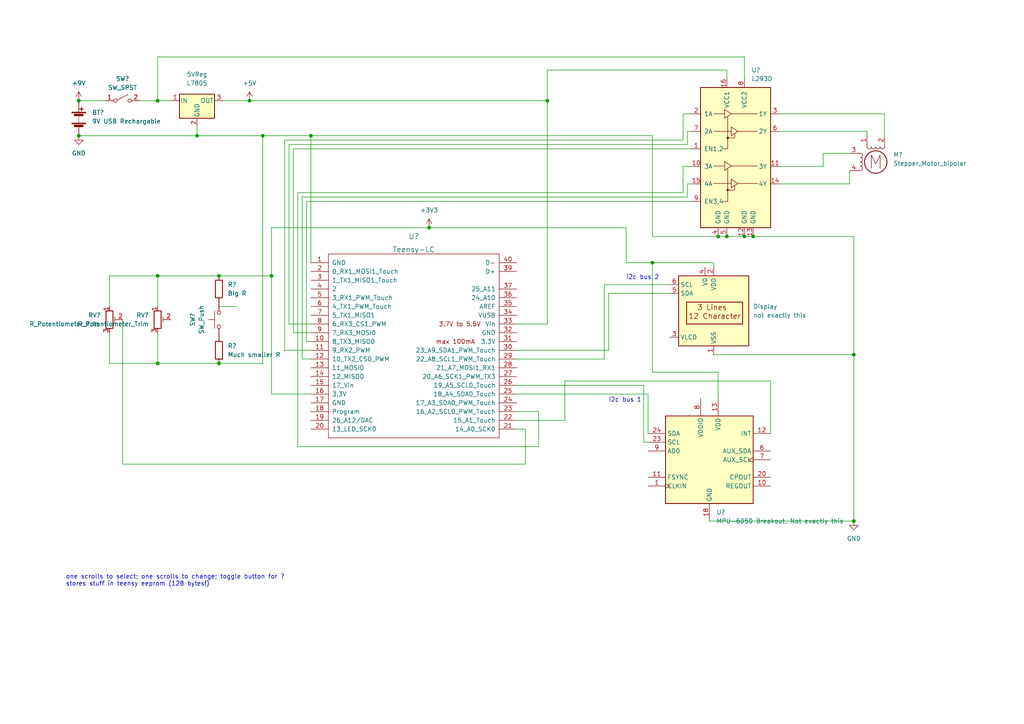
<source format=kicad_sch>
(kicad_sch (version 20211123) (generator eeschema)
  (paper "A4")
  (lib_symbols
    (symbol "Device:Battery" (pin_numbers hide) (pin_names (offset 0) hide)
      (property "Reference" "BT" (at 2.54 2.54 0))
      (property "Value" "Battery" (at 2.54 0 0))
      (symbol "Battery_0_1"
        (rectangle (start -2.032 -1.397) (end 2.032 -1.651) (fill (type outline)))
        (rectangle (start -2.032 1.778) (end 2.032 1.524) (fill (type outline)))
        (rectangle (start -1.3208 -1.9812) (end 1.27 -2.4892) (fill (type outline)))
        (rectangle (start -1.3208 1.1938) (end 1.27 0.6858) (fill (type outline)))
        (polyline (pts (xy 0 -1.524) (xy 0 -1.27)))
        (polyline (pts (xy 0 -1.016) (xy 0 -0.762)))
        (polyline (pts (xy 0 -0.508) (xy 0 -0.254)))
        (polyline (pts (xy 0 0) (xy 0 0.254)))
        (polyline (pts (xy 0 0.508) (xy 0 0.762)))
        (polyline (pts (xy 0 1.778) (xy 0 2.54)))
        (polyline (pts (xy 0.254 2.667) (xy 1.27 2.667)) (stroke (width 0.254)))
        (polyline (pts (xy 0.762 3.175) (xy 0.762 2.159)) (stroke (width 0.254)))
      )
      (symbol "Battery_1_1"
        (pin passive line (at 0 5.08 270) (length 2.54) (name "+") (number "1"))
        (pin passive line (at 0 -5.08 90) (length 2.54) (name "-") (number "2"))
      )
    )
    (symbol "Device:R" (pin_numbers hide) (pin_names (offset 0))
      (property "Reference" "R" (at 2.032 0 90))
      (property "Value" "R" (at 0 0 90))
      (symbol "R_0_1"
        (rectangle (start -1.016 -2.54) (end 1.016 2.54) (stroke (width 0.254)))
      )
      (symbol "R_1_1"
        (pin passive line (at 0 3.81 270) (length 1.27) (name "~") (number "1"))
        (pin passive line (at 0 -3.81 90) (length 1.27) (name "~") (number "2"))
      )
    )
    (symbol "Device:R_Potentiometer_Trim" (pin_names (offset 1.016) hide)
      (property "Reference" "RV" (at -4.445 0 90))
      (property "Value" "R_Potentiometer_Trim" (at -2.54 0 90))
      (symbol "R_Potentiometer_Trim_0_1"
        (polyline (pts (xy 1.524 0.762) (xy 1.524 -0.762)))
        (polyline (pts (xy 2.54 0) (xy 1.524 0)))
        (rectangle (start 1.016 2.54) (end -1.016 -2.54) (stroke (width 0.254)))
      )
      (symbol "R_Potentiometer_Trim_1_1"
        (pin passive line (at 0 3.81 270) (length 1.27) (name "1") (number "1"))
        (pin passive line (at 3.81 0 180) (length 1.27) (name "2") (number "2"))
        (pin passive line (at 0 -3.81 90) (length 1.27) (name "3") (number "3"))
      )
    )
    (symbol "Display_Character:EA_T123X-I2C"
      (property "Reference" "U" (at -8.89 11.43 0))
      (property "Value" "EA_T123X-I2C" (at 3.556 11.684 0))
      (symbol "EA_T123X-I2C_0_0"
        (rectangle (start -7.874 2.54) (end 8.382 -3.81) (stroke (width 0.254)))
        (text "12 Character" (at -7.366 -1.524 0) (effects (font (size 1.524 1.524)) (justify left)))
        (text "3 Lines" (at -4.826 1.016 0) (effects (font (size 1.524 1.524)) (justify left)))
      )
      (symbol "EA_T123X-I2C_0_1"
        (rectangle (start -10.16 10.16) (end 10.16 -10.16) (stroke (width 0.254)) (fill (type background)))
      )
      (symbol "EA_T123X-I2C_1_1"
        (pin power_in line (at 0 -12.7 90) (length 2.54) (name "VSS") (number "1"))
        (pin power_in line (at 0 12.7 270) (length 2.54) (name "VDD") (number "2"))
        (pin input line (at -12.7 -7.62 0) (length 2.54) (name "VLCD") (number "3"))
        (pin power_in line (at -2.54 12.7 270) (length 2.54) (name "V0") (number "4"))
        (pin bidirectional line (at -12.7 5.08 0) (length 2.54) (name "SDA") (number "5"))
        (pin input line (at -12.7 7.62 0) (length 2.54) (name "SCL") (number "6"))
      )
    )
    (symbol "Driver_Motor:L293D" (pin_names (offset 1.016))
      (property "Reference" "U" (at -5.08 26.035 0))
      (property "Value" "L293D" (at -5.08 24.13 0))
      (symbol "L293D_0_1"
        (rectangle (start -10.16 22.86) (end 10.16 -17.78) (stroke (width 0.254)) (fill (type background)))
        (circle (center -2.286 -6.858) (radius 0.254) (fill (type outline)))
        (circle (center -2.286 8.255) (radius 0.254) (fill (type outline)))
        (polyline (pts (xy -6.35 -4.953) (xy -1.27 -4.953)))
        (polyline (pts (xy -6.35 0.127) (xy -3.175 0.127)))
        (polyline (pts (xy -6.35 10.16) (xy -1.27 10.16)))
        (polyline (pts (xy -6.35 15.24) (xy -3.175 15.24)))
        (polyline (pts (xy -1.27 0.127) (xy 6.35 0.127)))
        (polyline (pts (xy -1.27 15.24) (xy 6.35 15.24)))
        (polyline (pts (xy 0.635 -4.953) (xy 6.35 -4.953)))
        (polyline (pts (xy 0.635 10.16) (xy 6.35 10.16)))
        (polyline (pts (xy -2.286 -6.858) (xy -0.254 -6.858) (xy -0.254 -5.588)))
        (polyline (pts (xy -2.286 -0.635) (xy -2.286 -10.16) (xy -3.556 -10.16)))
        (polyline (pts (xy -2.286 8.255) (xy -0.254 8.255) (xy -0.254 9.525)))
        (polyline (pts (xy -2.286 14.478) (xy -2.286 5.08) (xy -3.556 5.08)))
        (polyline (pts (xy -3.175 1.397) (xy -3.175 -1.143) (xy -1.27 0.127) (xy -3.175 1.397)))
        (polyline (pts (xy -3.175 16.51) (xy -3.175 13.97) (xy -1.27 15.24) (xy -3.175 16.51)))
        (polyline (pts (xy -1.27 -3.683) (xy -1.27 -6.223) (xy 0.635 -4.953) (xy -1.27 -3.683)))
        (polyline (pts (xy -1.27 11.43) (xy -1.27 8.89) (xy 0.635 10.16) (xy -1.27 11.43)))
      )
      (symbol "L293D_1_1"
        (pin input line (at -12.7 5.08 0) (length 2.54) (name "EN1,2") (number "1"))
        (pin input line (at -12.7 0 0) (length 2.54) (name "3A") (number "10"))
        (pin output line (at 12.7 0 180) (length 2.54) (name "3Y") (number "11"))
        (pin power_in line (at 2.54 -20.32 90) (length 2.54) (name "GND") (number "12"))
        (pin power_in line (at 5.08 -20.32 90) (length 2.54) (name "GND") (number "13"))
        (pin output line (at 12.7 -5.08 180) (length 2.54) (name "4Y") (number "14"))
        (pin input line (at -12.7 -5.08 0) (length 2.54) (name "4A") (number "15"))
        (pin power_in line (at -2.54 25.4 270) (length 2.54) (name "VCC1") (number "16"))
        (pin input line (at -12.7 15.24 0) (length 2.54) (name "1A") (number "2"))
        (pin output line (at 12.7 15.24 180) (length 2.54) (name "1Y") (number "3"))
        (pin power_in line (at -5.08 -20.32 90) (length 2.54) (name "GND") (number "4"))
        (pin power_in line (at -2.54 -20.32 90) (length 2.54) (name "GND") (number "5"))
        (pin output line (at 12.7 10.16 180) (length 2.54) (name "2Y") (number "6"))
        (pin input line (at -12.7 10.16 0) (length 2.54) (name "2A") (number "7"))
        (pin power_in line (at 2.54 25.4 270) (length 2.54) (name "VCC2") (number "8"))
        (pin input line (at -12.7 -10.16 0) (length 2.54) (name "EN3,4") (number "9"))
      )
    )
    (symbol "Motor:Stepper_Motor_bipolar" (pin_names (offset 0) hide)
      (property "Reference" "M" (at 3.81 2.54 0))
      (property "Value" "Stepper_Motor_bipolar" (at 3.81 1.27 0))
      (symbol "Stepper_Motor_bipolar_0_0"
        (polyline (pts (xy -1.27 -1.778) (xy -1.27 2.032) (xy 0 -0.508) (xy 1.27 2.032) (xy 1.27 -1.778)))
      )
      (symbol "Stepper_Motor_bipolar_0_1"
        (arc (start -4.445 -2.54) (mid -3.81 -1.905) (end -4.445 -1.27))
        (arc (start -4.445 -1.27) (mid -3.81 -0.635) (end -4.445 0))
        (arc (start -4.445 0) (mid -3.81 0.635) (end -4.445 1.27))
        (arc (start -4.445 1.27) (mid -3.81 1.905) (end -4.445 2.54))
        (arc (start -2.54 4.445) (mid -1.905 3.81) (end -1.27 4.445))
        (arc (start -1.27 4.445) (mid -0.635 3.81) (end 0 4.445))
        (polyline (pts (xy -5.08 -2.54) (xy -4.445 -2.54)))
        (polyline (pts (xy -5.08 2.54) (xy -4.445 2.54)))
        (polyline (pts (xy -2.54 5.08) (xy -2.54 4.445)))
        (polyline (pts (xy 2.54 5.08) (xy 2.54 4.445)))
        (circle (center 0 0) (radius 3.2512) (stroke (width 0.254)))
        (arc (start 0 4.445) (mid 0.635 3.81) (end 1.27 4.445))
        (arc (start 1.27 4.445) (mid 1.905 3.81) (end 2.54 4.445))
      )
      (symbol "Stepper_Motor_bipolar_1_1"
        (pin passive line (at -2.54 7.62 270) (length 2.54) (name "~") (number "1"))
        (pin passive line (at 2.54 7.62 270) (length 2.54) (name "-") (number "2"))
        (pin passive line (at -7.62 2.54 0) (length 2.54) (name "~") (number "3"))
        (pin passive line (at -7.62 -2.54 0) (length 2.54) (name "~") (number "4"))
      )
    )
    (symbol "Regulator_Linear:L7805" (pin_names (offset 0.254))
      (property "Reference" "U" (at -3.81 3.175 0))
      (property "Value" "L7805" (at 0 3.175 0))
      (symbol "L7805_0_1"
        (rectangle (start -5.08 1.905) (end 5.08 -5.08) (stroke (width 0.254)) (fill (type background)))
      )
      (symbol "L7805_1_1"
        (pin power_in line (at -7.62 0 0) (length 2.54) (name "IN") (number "1"))
        (pin power_in line (at 0 -7.62 90) (length 2.54) (name "GND") (number "2"))
        (pin power_out line (at 7.62 0 180) (length 2.54) (name "OUT") (number "3"))
      )
    )
    (symbol "Sensor_Motion:MPU-6050"
      (property "Reference" "U" (at -11.43 13.97 0))
      (property "Value" "MPU-6050" (at 7.62 -13.97 0))
      (symbol "MPU-6050_0_1"
        (rectangle (start -12.7 12.7) (end 12.7 -12.7) (stroke (width 0.254)) (fill (type background)))
      )
      (symbol "MPU-6050_1_1"
        (pin input clock (at -17.78 -7.62 0) (length 5.08) (name "CLKIN") (number "1"))
        (pin passive line (at 17.78 -7.62 180) (length 5.08) (name "REGOUT") (number "10"))
        (pin input line (at -17.78 -5.08 0) (length 5.08) (name "FSYNC") (number "11"))
        (pin output line (at 17.78 7.62 180) (length 5.08) (name "INT") (number "12"))
        (pin power_in line (at 2.54 17.78 270) (length 5.08) (name "VDD") (number "13"))
        (pin power_in line (at 0 -17.78 90) (length 5.08) (name "GND") (number "18"))
        (pin passive line (at 17.78 -5.08 180) (length 5.08) (name "CPOUT") (number "20"))
        (pin input line (at -17.78 5.08 0) (length 5.08) (name "SCL") (number "23"))
        (pin bidirectional line (at -17.78 7.62 0) (length 5.08) (name "SDA") (number "24"))
        (pin bidirectional line (at 17.78 2.54 180) (length 5.08) (name "AUX_SDA") (number "6"))
        (pin output clock (at 17.78 0 180) (length 5.08) (name "AUX_SCL") (number "7"))
        (pin power_in line (at -2.54 17.78 270) (length 5.08) (name "VDDIO") (number "8"))
        (pin input line (at -17.78 2.54 0) (length 5.08) (name "AD0") (number "9"))
      )
    )
    (symbol "Switch:SW_Push" (pin_numbers hide) (pin_names (offset 1.016) hide)
      (property "Reference" "SW" (at 1.27 2.54 0))
      (property "Value" "SW_Push" (at 0 -1.524 0))
      (symbol "SW_Push_0_1"
        (circle (center -2.032 0) (radius 0.508))
        (polyline (pts (xy 0 1.27) (xy 0 3.048)))
        (polyline (pts (xy 2.54 1.27) (xy -2.54 1.27)))
        (circle (center 2.032 0) (radius 0.508))
        (pin passive line (at -5.08 0 0) (length 2.54) (name "1") (number "1"))
        (pin passive line (at 5.08 0 180) (length 2.54) (name "2") (number "2"))
      )
    )
    (symbol "Switch:SW_SPST" (pin_names (offset 0) hide)
      (property "Reference" "SW" (at 0 3.175 0))
      (property "Value" "SW_SPST" (at 0 -2.54 0))
      (symbol "SW_SPST_0_0"
        (circle (center -2.032 0) (radius 0.508))
        (polyline (pts (xy -1.524 0.254) (xy 1.524 1.778)))
        (circle (center 2.032 0) (radius 0.508))
      )
      (symbol "SW_SPST_1_1"
        (pin passive line (at -5.08 0 0) (length 2.54) (name "A") (number "1"))
        (pin passive line (at 5.08 0 180) (length 2.54) (name "B") (number "2"))
      )
    )
    (symbol "power:+3.3V" (power) (pin_names (offset 0))
      (property "Value" "+3.3V" (at 0 3.556 0))
      (symbol "+3.3V_0_1"
        (polyline (pts (xy -0.762 1.27) (xy 0 2.54)))
        (polyline (pts (xy 0 0) (xy 0 2.54)))
        (polyline (pts (xy 0 2.54) (xy 0.762 1.27)))
      )
      (symbol "+3.3V_1_1"
        (pin power_in line (at 0 0 90) (length 0) hide (name "+3V3") (number "1"))
      )
    )
    (symbol "power:+5V" (power) (pin_names (offset 0))
      (property "Value" "+5V" (at 0 3.556 0))
      (symbol "+5V_0_1"
        (polyline (pts (xy -0.762 1.27) (xy 0 2.54)))
        (polyline (pts (xy 0 0) (xy 0 2.54)))
        (polyline (pts (xy 0 2.54) (xy 0.762 1.27)))
      )
      (symbol "+5V_1_1"
        (pin power_in line (at 0 0 90) (length 0) hide (name "+5V") (number "1"))
      )
    )
    (symbol "power:+9V" (power) (pin_names (offset 0))
      (property "Value" "+9V" (at 0 3.556 0))
      (symbol "+9V_0_1"
        (polyline (pts (xy -0.762 1.27) (xy 0 2.54)))
        (polyline (pts (xy 0 0) (xy 0 2.54)))
        (polyline (pts (xy 0 2.54) (xy 0.762 1.27)))
      )
      (symbol "+9V_1_1"
        (pin power_in line (at 0 0 90) (length 0) hide (name "+9V") (number "1"))
      )
    )
    (symbol "power:GND" (power) (pin_names (offset 0))
      (property "Value" "GND" (at 0 -3.81 0))
      (symbol "GND_0_1"
        (polyline (pts (xy 0 0) (xy 0 -1.27) (xy 1.27 -1.27) (xy 0 -2.54) (xy -1.27 -1.27) (xy 0 -1.27)))
      )
      (symbol "GND_1_1"
        (pin power_in line (at 0 0 270) (length 0) hide (name "GND") (number "1"))
      )
    )
    (symbol "teensy:Teensy-LC" (pin_names (offset 1.016))
      (property "Reference" "U" (at 0 29.21 0))
      (property "Value" "Teensy-LC" (at 0 -29.21 0))
      (symbol "Teensy-LC_0_0"
        (text "3.7V to 5.5V" (at 13.97 6.35 0) (effects (font (size 1.27 1.27))))
        (text "max 100mA" (at 12.7 1.27 0) (effects (font (size 1.27 1.27))))
      )
      (symbol "Teensy-LC_0_1"
        (rectangle (start -24.13 26.67) (end 25.4 -26.67))
      )
      (symbol "Teensy-LC_1_1"
        (pin power_in line (at -29.21 24.13 0) (length 5.08) (name "GND") (number "1"))
        (pin bidirectional line (at -29.21 1.27 0) (length 5.08) (name "8_TX3_MISO0") (number "10"))
        (pin bidirectional line (at -29.21 -1.27 0) (length 5.08) (name "9_RX2_PWM") (number "11"))
        (pin bidirectional line (at -29.21 -3.81 0) (length 5.08) (name "10_TX2_CS0_PWM") (number "12"))
        (pin bidirectional line (at -29.21 -6.35 0) (length 5.08) (name "11_MOSI0") (number "13"))
        (pin bidirectional line (at -29.21 -8.89 0) (length 5.08) (name "12_MISO0") (number "14"))
        (pin output line (at -29.21 -11.43 0) (length 5.08) (name "17_Vin") (number "15"))
        (pin power_in line (at -29.21 -13.97 0) (length 5.08) (name "3.3V") (number "16"))
        (pin power_in line (at -29.21 -16.51 0) (length 5.08) (name "GND") (number "17"))
        (pin input line (at -29.21 -19.05 0) (length 5.08) (name "Program") (number "18"))
        (pin bidirectional line (at -29.21 -21.59 0) (length 5.08) (name "26_A12/DAC") (number "19"))
        (pin bidirectional line (at -29.21 21.59 0) (length 5.08) (name "0_RX1_MOSI1_Touch") (number "2"))
        (pin bidirectional line (at -29.21 -24.13 0) (length 5.08) (name "13_LED_SCK0") (number "20"))
        (pin bidirectional line (at 30.48 -24.13 180) (length 5.08) (name "14_A0_SCK0") (number "21"))
        (pin bidirectional line (at 30.48 -21.59 180) (length 5.08) (name "15_A1_Touch") (number "22"))
        (pin bidirectional line (at 30.48 -19.05 180) (length 5.08) (name "16_A2_SCL0_PWM_Touch") (number "23"))
        (pin bidirectional line (at 30.48 -16.51 180) (length 5.08) (name "17_A3_SDA0_PWM_Touch") (number "24"))
        (pin bidirectional line (at 30.48 -13.97 180) (length 5.08) (name "18_A4_SDA0_Touch") (number "25"))
        (pin bidirectional line (at 30.48 -11.43 180) (length 5.08) (name "19_A5_SCL0_Touch") (number "26"))
        (pin bidirectional line (at 30.48 -8.89 180) (length 5.08) (name "20_A6_SCK1_PWM_TX3") (number "27"))
        (pin bidirectional line (at 30.48 -6.35 180) (length 5.08) (name "21_A7_MOSI1_RX1") (number "28"))
        (pin bidirectional line (at 30.48 -3.81 180) (length 5.08) (name "22_A8_SCL1_PWM_Touch") (number "29"))
        (pin bidirectional line (at -29.21 19.05 0) (length 5.08) (name "1_TX1_MISO1_Touch") (number "3"))
        (pin bidirectional line (at 30.48 -1.27 180) (length 5.08) (name "23_A9_SDA1_PWM_Touch") (number "30"))
        (pin power_out line (at 30.48 1.27 180) (length 5.08) (name "3.3V") (number "31"))
        (pin power_in line (at 30.48 3.81 180) (length 5.08) (name "GND") (number "32"))
        (pin power_in line (at 30.48 6.35 180) (length 5.08) (name "Vin") (number "33"))
        (pin power_in line (at 30.48 8.89 180) (length 5.08) (name "VUSB") (number "34"))
        (pin input line (at 30.48 11.43 180) (length 5.08) (name "AREF") (number "35"))
        (pin bidirectional line (at 30.48 13.97 180) (length 5.08) (name "24_A10") (number "36"))
        (pin bidirectional line (at 30.48 16.51 180) (length 5.08) (name "25_A11") (number "37"))
        (pin bidirectional line (at 30.48 21.59 180) (length 5.08) (name "D+") (number "39"))
        (pin bidirectional line (at -29.21 16.51 0) (length 5.08) (name "2") (number "4"))
        (pin bidirectional line (at 30.48 24.13 180) (length 5.08) (name "D-") (number "40"))
        (pin bidirectional line (at -29.21 13.97 0) (length 5.08) (name "3_RX1_PWM_Touch") (number "5"))
        (pin bidirectional line (at -29.21 11.43 0) (length 5.08) (name "4_TX1_PWM_Touch") (number "6"))
        (pin bidirectional line (at -29.21 8.89 0) (length 5.08) (name "5_TX1_MISO1") (number "7"))
        (pin bidirectional line (at -29.21 6.35 0) (length 5.08) (name "6_RX3_CS1_PWM") (number "8"))
        (pin bidirectional line (at -29.21 3.81 0) (length 5.08) (name "7_RX3_MOSI0") (number "9"))
      )
    )
  )
  (junction (at 63.5 80.01))
  (junction (at 72.39 29.21))
  (junction (at 22.86 29.21))
  (junction (at 124.46 66.04))
  (junction (at 210.82 68.58))
  (junction (at 78.74 80.01))
  (junction (at 90.17 39.37))
  (junction (at 247.65 151.13))
  (junction (at 218.44 68.58))
  (junction (at 45.72 29.21))
  (junction (at 45.72 105.41))
  (junction (at 22.86 39.37))
  (junction (at 158.75 29.21))
  (junction (at 189.23 76.2))
  (junction (at 76.2 39.37))
  (junction (at 247.65 102.87))
  (junction (at 45.72 80.01))
  (junction (at 63.5 105.41))
  (junction (at 208.28 68.58))
  (junction (at 215.9 68.58))
  (junction (at 57.15 39.37))
  (wire (pts (xy 208.28 115.57) (xy 208.28 107.95)))
  (wire (pts (xy 22.86 39.37) (xy 57.15 39.37)))
  (wire (pts (xy 256.54 33.02) (xy 256.54 39.37)))
  (wire (pts (xy 226.06 38.1) (xy 251.46 38.1)))
  (wire (pts (xy 72.39 29.21) (xy 158.75 29.21)))
  (wire (pts (xy 176.53 101.6) (xy 176.53 85.09)))
  (wire (pts (xy 35.56 134.62) (xy 152.4 134.62)))
  (wire (pts (xy 251.46 38.1) (xy 251.46 39.37)))
  (wire (pts (xy 246.38 49.53) (xy 246.38 53.34)))
  (wire (pts (xy 176.53 85.09) (xy 194.31 85.09)))
  (wire (pts (xy 85.09 43.18) (xy 200.66 43.18)))
  (wire (pts (xy 175.26 82.55) (xy 175.26 104.14)))
  (wire (pts (xy 199.39 38.1) (xy 199.39 41.91)))
  (wire (pts (xy 45.72 80.01) (xy 31.75 80.01)))
  (wire (pts (xy 187.96 114.3) (xy 149.86 114.3)))
  (wire (pts (xy 85.09 96.52) (xy 90.17 96.52)))
  (wire (pts (xy 200.66 38.1) (xy 199.39 38.1)))
  (wire (pts (xy 45.72 16.51) (xy 45.72 29.21)))
  (wire (pts (xy 78.74 80.01) (xy 78.74 66.04)))
  (wire (pts (xy 247.65 102.87) (xy 247.65 151.13)))
  (wire (pts (xy 186.69 111.76) (xy 186.69 128.27)))
  (wire (pts (xy 198.12 48.26) (xy 200.66 48.26)))
  (wire (pts (xy 31.75 96.52) (xy 31.75 105.41)))
  (wire (pts (xy 64.77 29.21) (xy 72.39 29.21)))
  (wire (pts (xy 187.96 125.73) (xy 187.96 114.3)))
  (wire (pts (xy 88.9 99.06) (xy 88.9 58.42)))
  (wire (pts (xy 82.55 40.64) (xy 198.12 40.64)))
  (wire (pts (xy 198.12 33.02) (xy 200.66 33.02)))
  (wire (pts (xy 215.9 22.86) (xy 215.9 16.51)))
  (wire (pts (xy 189.23 76.2) (xy 189.23 107.95)))
  (wire (pts (xy 152.4 134.62) (xy 152.4 124.46)))
  (wire (pts (xy 87.63 57.15) (xy 87.63 104.14)))
  (wire (pts (xy 198.12 55.88) (xy 198.12 48.26)))
  (wire (pts (xy 57.15 36.83) (xy 57.15 39.37)))
  (wire (pts (xy 86.36 129.54) (xy 156.21 129.54)))
  (wire (pts (xy 156.21 119.38) (xy 149.86 119.38)))
  (wire (pts (xy 149.86 93.98) (xy 158.75 93.98)))
  (wire (pts (xy 186.69 128.27) (xy 187.96 128.27)))
  (wire (pts (xy 86.36 55.88) (xy 198.12 55.88)))
  (wire (pts (xy 215.9 16.51) (xy 45.72 16.51)))
  (wire (pts (xy 156.21 129.54) (xy 156.21 119.38)))
  (wire (pts (xy 76.2 39.37) (xy 90.17 39.37)))
  (wire (pts (xy 226.06 48.26) (xy 238.76 48.26)))
  (wire (pts (xy 149.86 111.76) (xy 186.69 111.76)))
  (wire (pts (xy 90.17 39.37) (xy 189.23 39.37)))
  (wire (pts (xy 45.72 29.21) (xy 49.53 29.21)))
  (wire (pts (xy 189.23 107.95) (xy 208.28 107.95)))
  (wire (pts (xy 238.76 48.26) (xy 238.76 44.45)))
  (wire (pts (xy 208.28 68.58) (xy 210.82 68.58)))
  (wire (pts (xy 86.36 55.88) (xy 86.36 129.54)))
  (wire (pts (xy 207.01 76.2) (xy 207.01 77.47)))
  (wire (pts (xy 78.74 114.3) (xy 78.74 80.01)))
  (wire (pts (xy 31.75 80.01) (xy 31.75 88.9)))
  (wire (pts (xy 57.15 39.37) (xy 76.2 39.37)))
  (wire (pts (xy 210.82 22.86) (xy 210.82 20.32)))
  (wire (pts (xy 83.82 93.98) (xy 83.82 41.91)))
  (wire (pts (xy 223.52 125.73) (xy 223.52 110.49)))
  (wire (pts (xy 199.39 57.15) (xy 87.63 57.15)))
  (wire (pts (xy 210.82 20.32) (xy 158.75 20.32)))
  (wire (pts (xy 223.52 110.49) (xy 163.83 110.49)))
  (wire (pts (xy 163.83 121.92) (xy 149.86 121.92)))
  (wire (pts (xy 198.12 40.64) (xy 198.12 33.02)))
  (wire (pts (xy 200.66 53.34) (xy 199.39 53.34)))
  (wire (pts (xy 218.44 68.58) (xy 247.65 68.58)))
  (wire (pts (xy 90.17 93.98) (xy 83.82 93.98)))
  (wire (pts (xy 158.75 20.32) (xy 158.75 29.21)))
  (wire (pts (xy 22.86 29.21) (xy 30.48 29.21)))
  (wire (pts (xy 181.61 66.04) (xy 181.61 76.2)))
  (wire (pts (xy 85.09 43.18) (xy 85.09 96.52)))
  (wire (pts (xy 226.06 33.02) (xy 256.54 33.02)))
  (wire (pts (xy 207.01 102.87) (xy 247.65 102.87)))
  (wire (pts (xy 247.65 68.58) (xy 247.65 102.87)))
  (wire (pts (xy 40.64 29.21) (xy 45.72 29.21)))
  (wire (pts (xy 247.65 151.13) (xy 205.74 151.13)))
  (wire (pts (xy 45.72 80.01) (xy 45.72 88.9)))
  (wire (pts (xy 238.76 44.45) (xy 246.38 44.45)))
  (wire (pts (xy 158.75 29.21) (xy 158.75 93.98)))
  (wire (pts (xy 124.46 66.04) (xy 181.61 66.04)))
  (wire (pts (xy 149.86 101.6) (xy 176.53 101.6)))
  (wire (pts (xy 87.63 104.14) (xy 90.17 104.14)))
  (wire (pts (xy 189.23 76.2) (xy 207.01 76.2)))
  (wire (pts (xy 35.56 92.71) (xy 35.56 134.62)))
  (wire (pts (xy 189.23 39.37) (xy 189.23 68.58)))
  (wire (pts (xy 31.75 105.41) (xy 45.72 105.41)))
  (wire (pts (xy 76.2 105.41) (xy 63.5 105.41)))
  (wire (pts (xy 88.9 99.06) (xy 90.17 99.06)))
  (wire (pts (xy 63.5 80.01) (xy 45.72 80.01)))
  (wire (pts (xy 63.5 88.9) (xy 68.58 88.9)))
  (wire (pts (xy 82.55 101.6) (xy 90.17 101.6)))
  (wire (pts (xy 194.31 82.55) (xy 175.26 82.55)))
  (wire (pts (xy 82.55 40.64) (xy 82.55 101.6)))
  (wire (pts (xy 78.74 80.01) (xy 63.5 80.01)))
  (wire (pts (xy 45.72 96.52) (xy 45.72 105.41)))
  (wire (pts (xy 175.26 104.14) (xy 149.86 104.14)))
  (wire (pts (xy 90.17 114.3) (xy 78.74 114.3)))
  (wire (pts (xy 78.74 66.04) (xy 124.46 66.04)))
  (wire (pts (xy 88.9 58.42) (xy 200.66 58.42)))
  (wire (pts (xy 181.61 76.2) (xy 189.23 76.2)))
  (wire (pts (xy 199.39 53.34) (xy 199.39 57.15)))
  (wire (pts (xy 90.17 39.37) (xy 90.17 76.2)))
  (wire (pts (xy 189.23 68.58) (xy 208.28 68.58)))
  (wire (pts (xy 246.38 53.34) (xy 226.06 53.34)))
  (wire (pts (xy 163.83 110.49) (xy 163.83 121.92)))
  (wire (pts (xy 152.4 124.46) (xy 149.86 124.46)))
  (wire (pts (xy 215.9 68.58) (xy 218.44 68.58)))
  (wire (pts (xy 210.82 68.58) (xy 215.9 68.58)))
  (wire (pts (xy 76.2 39.37) (xy 76.2 105.41)))
  (wire (pts (xy 45.72 105.41) (xy 63.5 105.41)))
  (wire (pts (xy 199.39 41.91) (xy 83.82 41.91)))
  (text "i2c bus 1\n" (at 176.53 116.84 0) (effects (font (size 1.27 1.27)) (justify left bottom)))
  (text "i2c bus 2\n" (at 181.61 81.28 0) (effects (font (size 1.27 1.27)) (justify left bottom)))
  (text "one scrolls to select; one scrolls to change; toggle button for ?\nstores stuff in teensy eeprom (128 bytes!)" (at 19.05 170.18 0) (effects (font (size 1.27 1.27)) (justify left bottom)))
  (symbol (lib_id "Device:Battery") (at 22.86 34.29 0) (unit 1)
    (property "Reference" "BT?" (at 26.67 32.6389 0) (effects (justify left)))
    (property "Value" "9V USB Rechargable" (at 26.67 35.1789 0) (effects (justify left)))
  )
  (symbol (lib_id "Device:R_Potentiometer_Trim") (at 45.72 92.71 0) (unit 1)
    (property "Reference" "RV?" (at 43.18 91.4399 0) (effects (justify right)))
    (property "Value" "R_Potentiometer_Trim" (at 43.18 93.9799 0) (effects (justify right)))
  )
  (symbol (lib_id "Motor:Stepper_Motor_bipolar") (at 254 46.99 0) (unit 1)
    (property "Reference" "M?" (at 259.08 44.869 0) (effects (justify left)))
    (property "Value" "Stepper_Motor_bipolar" (at 259.08 47.409 0) (effects (justify left)))
    (property "Datasheet" "http://www.infineon.com/dgdl/Application-Note-TLE8110EE_driving_UniPolarStepperMotor_V1.1.pdf?fileId=db3a30431be39b97011be5d0aa0a00b0" (effects hide))
  )
  (symbol (lib_id "power:GND") (at 22.86 39.37 0) (unit 1)
    (property "Reference" "#PWR?" (effects hide))
    (property "Value" "GND" (at 22.86 44.45 0))
  )
  (symbol (lib_id "Device:R") (at 63.5 83.82 180) (unit 1)
    (property "Reference" "R?" (at 66.04 82.5499 0) (effects (justify right)))
    (property "Value" "Big R" (at 66.04 85.0899 0) (effects (justify right)))
  )
  (symbol (lib_id "power:+5V") (at 72.39 29.21 0) (unit 1)
    (property "Reference" "#PWR?" (effects hide))
    (property "Value" "+5V" (at 72.39 24.13 0))
  )
  (symbol (lib_id "power:+9V") (at 22.86 29.21 0) (unit 1)
    (property "Reference" "#PWR?" (effects hide))
    (property "Value" "+9V" (at 22.86 24.13 0))
  )
  (symbol (lib_id "Display_Character:EA_T123X-I2C") (at 207.01 90.17 0) (unit 1)
    (property "Reference" "Display" (at 218.44 88.8999 0) (effects (justify left)))
    (property "Value" "not exactly this" (at 218.44 91.4399 0) (effects (justify left)))
    (property "Footprint" "Display:EA_T123X-I2C" (effects hide))
    (property "Datasheet" "http://www.lcd-module.de/pdf/doma/t123-i2c.pdf" (effects hide))
  )
  (symbol (lib_id "Switch:SW_Push") (at 63.5 92.71 90) (unit 1)
    (property "Reference" "SW?" (at 55.88 92.71 0))
    (property "Value" "SW_Push" (at 58.42 92.71 0))
  )
  (symbol (lib_id "Sensor_Motion:MPU-6050") (at 205.74 133.35 0) (unit 1)
    (property "Reference" "U?" (at 207.7594 148.59 0) (effects (justify left)))
    (property "Value" "MPU-6050 Breakout, Not exactly this" (at 207.7594 151.13 0) (effects (justify left)))
    (property "Footprint" "Sensor_Motion:InvenSense_QFN-24_4x4mm_P0.5mm" (effects hide))
    (property "Datasheet" "https://store.invensense.com/datasheets/invensense/MPU-6050_DataSheet_V3%204.pdf" (effects hide))
  )
  (symbol (lib_id "power:+3.3V") (at 124.46 66.04 0) (unit 1)
    (property "Reference" "#PWR?" (effects hide))
    (property "Value" "+3.3V" (at 124.46 60.96 0))
  )
  (symbol (lib_id "Device:R_Potentiometer_Trim") (at 31.75 92.71 0) (unit 1)
    (property "Reference" "RV?" (at 29.21 91.4399 0) (effects (justify right)))
    (property "Value" "R_Potentiometer_Trim" (at 29.21 93.9799 0) (effects (justify right)))
  )
  (symbol (lib_id "teensy:Teensy-LC") (at 119.38 100.33 0) (unit 1)
    (property "Reference" "U?" (at 120.015 68.58 0) (effects (font (size 1.524 1.524))))
    (property "Value" "Teensy-LC" (at 120.015 72.39 0) (effects (font (size 1.524 1.524))))
  )
  (symbol (lib_id "Device:R") (at 63.5 101.6 0) (unit 1)
    (property "Reference" "R?" (at 66.04 100.3299 0) (effects (justify left)))
    (property "Value" "Much smaller R" (at 66.04 102.8699 0) (effects (justify left)))
  )
  (symbol (lib_id "power:GND") (at 247.65 151.13 0) (unit 1)
    (property "Reference" "#PWR?" (effects hide))
    (property "Value" "GND" (at 247.65 156.21 0))
  )
  (symbol (lib_id "Switch:SW_SPST") (at 35.56 29.21 0) (unit 1)
    (property "Reference" "SW?" (at 35.56 22.86 0))
    (property "Value" "SW_SPST" (at 35.56 25.4 0))
  )
  (symbol (lib_id "Regulator_Linear:L7805") (at 57.15 29.21 0) (unit 1)
    (property "Reference" "5VReg" (at 57.15 21.59 0))
    (property "Value" "L7805" (at 57.15 24.13 0))
    (property "Datasheet" "http://www.st.com/content/ccc/resource/technical/document/datasheet/41/4f/b3/b0/12/d4/47/88/CD00000444.pdf/files/CD00000444.pdf/jcr:content/translations/en.CD00000444.pdf" (effects hide))
  )
  (symbol (lib_id "Driver_Motor:L293D") (at 213.36 48.26 0) (unit 1)
    (property "Reference" "U?" (at 217.9194 20.32 0) (effects (justify left)))
    (property "Value" "L293D" (at 217.9194 22.86 0) (effects (justify left)))
    (property "Footprint" "Package_DIP:DIP-16_W7.62mm" (effects hide))
    (property "Datasheet" "http://www.ti.com/lit/ds/symlink/l293.pdf" (effects hide))
  )
)
</source>
